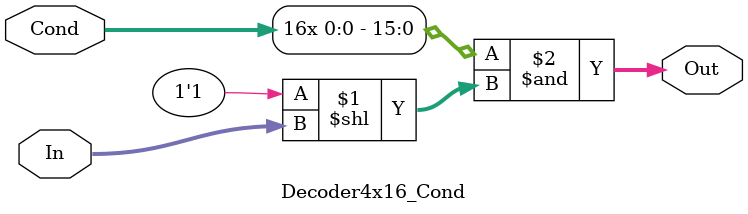
<source format=v>
module Decoder4x16_Cond  (
	input 	wire [3:0] 	In,
	input 	wire 			Cond,
	output 	wire  [15:0]	Out
);

assign Out = {16{Cond}} & (1'b1 << In);

//always @ (*)
//	if (!Cond)
//		Out = {16{1'b0}};
//	else
//		case (In)
//			'd0:  Out = 16'b1;
//			'd1:  Out = 16'b10;
//			'd2:  Out = 16'b100;
//			'd3:  Out = 16'b1000;
//			'd4:  Out = 16'b10000;
//			'd5:  Out = 16'b100000;
//			'd6:  Out = 16'b1000000;
//			'd7:  Out = 16'b10000000;
//			'd8:  Out = 16'b100000000;
//			'd9:  Out = 16'b1000000000;
//			'd10: Out = 16'b10000000000;
//			'd11: Out = 16'b100000000000;
//			'd12: Out = 16'b1000000000000;
//			'd13: Out = 16'b10000000000000;
//			'd14: Out = 16'b100000000000000;
//			'd15: Out = 16'b1000000000000000;
//		endcase
	
endmodule 
</source>
